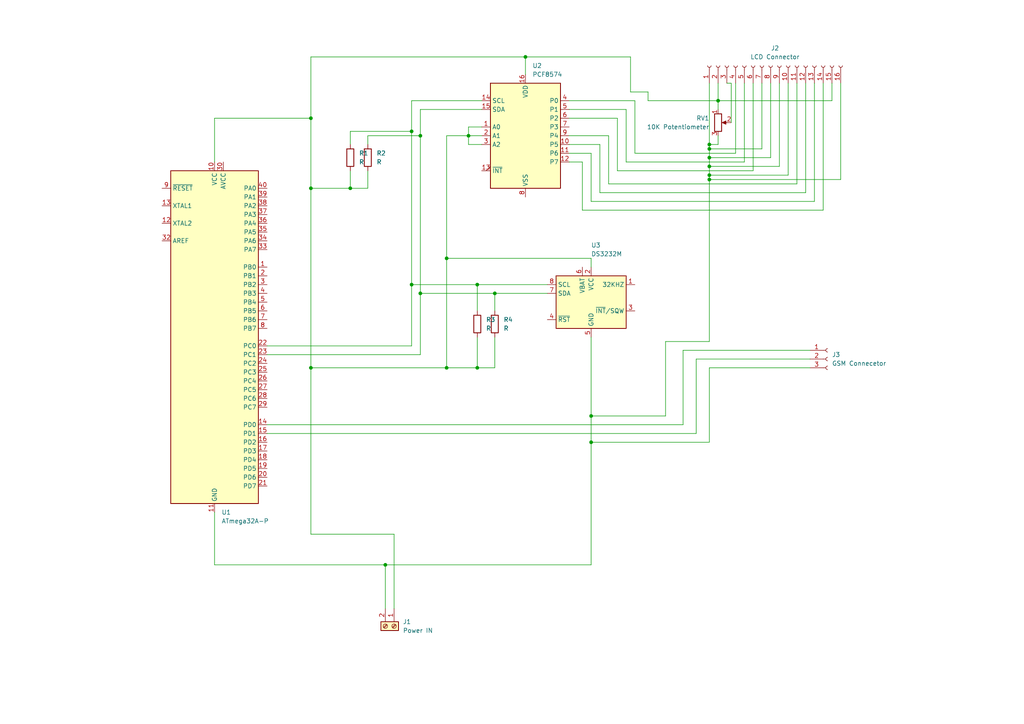
<source format=kicad_sch>
(kicad_sch (version 20211123) (generator eeschema)
  (paper "A4")
  (lib_symbols
    (symbol "Connector:Conn_01x03_Female" (pin_names (offset 1.016) hide)
      (property "Reference" "J" (at 0 5.08 0))
      (property "Value" "Conn_01x03_Female" (at 0 -5.08 0))
      (symbol "Conn_01x03_Female_1_1"
        (arc (start 0 -2.032) (mid -0.508 -2.54) (end 0 -3.048) (stroke (width 0.1524)))
        (polyline (pts (xy -1.27 -2.54) (xy -0.508 -2.54)) (stroke (width 0.1524)))
        (polyline (pts (xy -1.27 0) (xy -0.508 0)) (stroke (width 0.1524)))
        (polyline (pts (xy -1.27 2.54) (xy -0.508 2.54)) (stroke (width 0.1524)))
        (arc (start 0 0.508) (mid -0.508 0) (end 0 -0.508) (stroke (width 0.1524)))
        (arc (start 0 3.048) (mid -0.508 2.54) (end 0 2.032) (stroke (width 0.1524)))
        (pin passive line (at -5.08 2.54 0) (length 3.81) (name "Pin_1") (number "1"))
        (pin passive line (at -5.08 0 0) (length 3.81) (name "Pin_2") (number "2"))
        (pin passive line (at -5.08 -2.54 0) (length 3.81) (name "Pin_3") (number "3"))
      )
    )
    (symbol "Connector:Conn_01x16_Female" (pin_names (offset 1.016) hide)
      (property "Reference" "J" (at 0 20.32 0))
      (property "Value" "Conn_01x16_Female" (at 0 -22.86 0))
      (symbol "Conn_01x16_Female_1_1"
        (arc (start 0 -19.812) (mid -0.508 -20.32) (end 0 -20.828) (stroke (width 0.1524)))
        (arc (start 0 -17.272) (mid -0.508 -17.78) (end 0 -18.288) (stroke (width 0.1524)))
        (arc (start 0 -14.732) (mid -0.508 -15.24) (end 0 -15.748) (stroke (width 0.1524)))
        (arc (start 0 -12.192) (mid -0.508 -12.7) (end 0 -13.208) (stroke (width 0.1524)))
        (arc (start 0 -9.652) (mid -0.508 -10.16) (end 0 -10.668) (stroke (width 0.1524)))
        (arc (start 0 -7.112) (mid -0.508 -7.62) (end 0 -8.128) (stroke (width 0.1524)))
        (arc (start 0 -4.572) (mid -0.508 -5.08) (end 0 -5.588) (stroke (width 0.1524)))
        (arc (start 0 -2.032) (mid -0.508 -2.54) (end 0 -3.048) (stroke (width 0.1524)))
        (polyline (pts (xy -1.27 -20.32) (xy -0.508 -20.32)) (stroke (width 0.1524)))
        (polyline (pts (xy -1.27 -17.78) (xy -0.508 -17.78)) (stroke (width 0.1524)))
        (polyline (pts (xy -1.27 -15.24) (xy -0.508 -15.24)) (stroke (width 0.1524)))
        (polyline (pts (xy -1.27 -12.7) (xy -0.508 -12.7)) (stroke (width 0.1524)))
        (polyline (pts (xy -1.27 -10.16) (xy -0.508 -10.16)) (stroke (width 0.1524)))
        (polyline (pts (xy -1.27 -7.62) (xy -0.508 -7.62)) (stroke (width 0.1524)))
        (polyline (pts (xy -1.27 -5.08) (xy -0.508 -5.08)) (stroke (width 0.1524)))
        (polyline (pts (xy -1.27 -2.54) (xy -0.508 -2.54)) (stroke (width 0.1524)))
        (polyline (pts (xy -1.27 0) (xy -0.508 0)) (stroke (width 0.1524)))
        (polyline (pts (xy -1.27 2.54) (xy -0.508 2.54)) (stroke (width 0.1524)))
        (polyline (pts (xy -1.27 5.08) (xy -0.508 5.08)) (stroke (width 0.1524)))
        (polyline (pts (xy -1.27 7.62) (xy -0.508 7.62)) (stroke (width 0.1524)))
        (polyline (pts (xy -1.27 10.16) (xy -0.508 10.16)) (stroke (width 0.1524)))
        (polyline (pts (xy -1.27 12.7) (xy -0.508 12.7)) (stroke (width 0.1524)))
        (polyline (pts (xy -1.27 15.24) (xy -0.508 15.24)) (stroke (width 0.1524)))
        (polyline (pts (xy -1.27 17.78) (xy -0.508 17.78)) (stroke (width 0.1524)))
        (arc (start 0 0.508) (mid -0.508 0) (end 0 -0.508) (stroke (width 0.1524)))
        (arc (start 0 3.048) (mid -0.508 2.54) (end 0 2.032) (stroke (width 0.1524)))
        (arc (start 0 5.588) (mid -0.508 5.08) (end 0 4.572) (stroke (width 0.1524)))
        (arc (start 0 8.128) (mid -0.508 7.62) (end 0 7.112) (stroke (width 0.1524)))
        (arc (start 0 10.668) (mid -0.508 10.16) (end 0 9.652) (stroke (width 0.1524)))
        (arc (start 0 13.208) (mid -0.508 12.7) (end 0 12.192) (stroke (width 0.1524)))
        (arc (start 0 15.748) (mid -0.508 15.24) (end 0 14.732) (stroke (width 0.1524)))
        (arc (start 0 18.288) (mid -0.508 17.78) (end 0 17.272) (stroke (width 0.1524)))
        (pin passive line (at -5.08 17.78 0) (length 3.81) (name "Pin_1") (number "1"))
        (pin passive line (at -5.08 -5.08 0) (length 3.81) (name "Pin_10") (number "10"))
        (pin passive line (at -5.08 -7.62 0) (length 3.81) (name "Pin_11") (number "11"))
        (pin passive line (at -5.08 -10.16 0) (length 3.81) (name "Pin_12") (number "12"))
        (pin passive line (at -5.08 -12.7 0) (length 3.81) (name "Pin_13") (number "13"))
        (pin passive line (at -5.08 -15.24 0) (length 3.81) (name "Pin_14") (number "14"))
        (pin passive line (at -5.08 -17.78 0) (length 3.81) (name "Pin_15") (number "15"))
        (pin passive line (at -5.08 -20.32 0) (length 3.81) (name "Pin_16") (number "16"))
        (pin passive line (at -5.08 15.24 0) (length 3.81) (name "Pin_2") (number "2"))
        (pin passive line (at -5.08 12.7 0) (length 3.81) (name "Pin_3") (number "3"))
        (pin passive line (at -5.08 10.16 0) (length 3.81) (name "Pin_4") (number "4"))
        (pin passive line (at -5.08 7.62 0) (length 3.81) (name "Pin_5") (number "5"))
        (pin passive line (at -5.08 5.08 0) (length 3.81) (name "Pin_6") (number "6"))
        (pin passive line (at -5.08 2.54 0) (length 3.81) (name "Pin_7") (number "7"))
        (pin passive line (at -5.08 0 0) (length 3.81) (name "Pin_8") (number "8"))
        (pin passive line (at -5.08 -2.54 0) (length 3.81) (name "Pin_9") (number "9"))
      )
    )
    (symbol "Connector:Screw_Terminal_01x02" (pin_names (offset 1.016) hide)
      (property "Reference" "J" (at 0 2.54 0))
      (property "Value" "Screw_Terminal_01x02" (at 0 -5.08 0))
      (symbol "Screw_Terminal_01x02_1_1"
        (rectangle (start -1.27 1.27) (end 1.27 -3.81) (stroke (width 0.254)) (fill (type background)))
        (circle (center 0 -2.54) (radius 0.635) (stroke (width 0.1524)))
        (polyline (pts (xy -0.5334 -2.2098) (xy 0.3302 -3.048)) (stroke (width 0.1524)))
        (polyline (pts (xy -0.5334 0.3302) (xy 0.3302 -0.508)) (stroke (width 0.1524)))
        (polyline (pts (xy -0.3556 -2.032) (xy 0.508 -2.8702)) (stroke (width 0.1524)))
        (polyline (pts (xy -0.3556 0.508) (xy 0.508 -0.3302)) (stroke (width 0.1524)))
        (circle (center 0 0) (radius 0.635) (stroke (width 0.1524)))
        (pin passive line (at -5.08 0 0) (length 3.81) (name "Pin_1") (number "1"))
        (pin passive line (at -5.08 -2.54 0) (length 3.81) (name "Pin_2") (number "2"))
      )
    )
    (symbol "Device:R" (pin_numbers hide) (pin_names (offset 0))
      (property "Reference" "R" (at 2.032 0 90))
      (property "Value" "R" (at 0 0 90))
      (symbol "R_0_1"
        (rectangle (start -1.016 -2.54) (end 1.016 2.54) (stroke (width 0.254)))
      )
      (symbol "R_1_1"
        (pin passive line (at 0 3.81 270) (length 1.27) (name "~") (number "1"))
        (pin passive line (at 0 -3.81 90) (length 1.27) (name "~") (number "2"))
      )
    )
    (symbol "Device:R_Potentiometer" (pin_names (offset 1.016) hide)
      (property "Reference" "RV" (at -4.445 0 90))
      (property "Value" "R_Potentiometer" (at -2.54 0 90))
      (symbol "R_Potentiometer_0_1"
        (polyline (pts (xy 2.54 0) (xy 1.524 0)))
        (polyline (pts (xy 1.143 0) (xy 2.286 0.508) (xy 2.286 -0.508) (xy 1.143 0)) (fill (type outline)))
        (rectangle (start 1.016 2.54) (end -1.016 -2.54) (stroke (width 0.254)))
      )
      (symbol "R_Potentiometer_1_1"
        (pin passive line (at 0 3.81 270) (length 1.27) (name "1") (number "1"))
        (pin passive line (at 3.81 0 180) (length 1.27) (name "2") (number "2"))
        (pin passive line (at 0 -3.81 90) (length 1.27) (name "3") (number "3"))
      )
    )
    (symbol "Interface_Expansion:PCF8574"
      (property "Reference" "U" (at -8.89 16.51 0))
      (property "Value" "PCF8574" (at 2.54 16.51 0))
      (symbol "PCF8574_0_1"
        (rectangle (start -10.16 15.24) (end 10.16 -15.24) (stroke (width 0.254)) (fill (type background)))
      )
      (symbol "PCF8574_1_1"
        (pin input line (at -12.7 2.54 0) (length 2.54) (name "A0") (number "1"))
        (pin bidirectional line (at 12.7 -2.54 180) (length 2.54) (name "P5") (number "10"))
        (pin bidirectional line (at 12.7 -5.08 180) (length 2.54) (name "P6") (number "11"))
        (pin bidirectional line (at 12.7 -7.62 180) (length 2.54) (name "P7") (number "12"))
        (pin open_collector output_low (at -12.7 -10.16 0) (length 2.54) (name "~{INT}") (number "13"))
        (pin input line (at -12.7 10.16 0) (length 2.54) (name "SCL") (number "14"))
        (pin bidirectional line (at -12.7 7.62 0) (length 2.54) (name "SDA") (number "15"))
        (pin power_in line (at 0 17.78 270) (length 2.54) (name "VDD") (number "16"))
        (pin input line (at -12.7 0 0) (length 2.54) (name "A1") (number "2"))
        (pin input line (at -12.7 -2.54 0) (length 2.54) (name "A2") (number "3"))
        (pin bidirectional line (at 12.7 10.16 180) (length 2.54) (name "P0") (number "4"))
        (pin bidirectional line (at 12.7 7.62 180) (length 2.54) (name "P1") (number "5"))
        (pin bidirectional line (at 12.7 5.08 180) (length 2.54) (name "P2") (number "6"))
        (pin bidirectional line (at 12.7 2.54 180) (length 2.54) (name "P3") (number "7"))
        (pin power_in line (at 0 -17.78 90) (length 2.54) (name "VSS") (number "8"))
        (pin bidirectional line (at 12.7 0 180) (length 2.54) (name "P4") (number "9"))
      )
    )
    (symbol "MCU_Microchip_ATmega:ATmega32A-P"
      (property "Reference" "U" (at -12.7 49.53 0))
      (property "Value" "ATmega32A-P" (at 2.54 -49.53 0))
      (symbol "ATmega32A-P_0_1"
        (rectangle (start -12.7 -48.26) (end 12.7 48.26) (stroke (width 0.254)) (fill (type background)))
      )
      (symbol "ATmega32A-P_1_1"
        (pin bidirectional line (at 15.24 20.32 180) (length 2.54) (name "PB0") (number "1"))
        (pin power_in line (at 0 50.8 270) (length 2.54) (name "VCC") (number "10"))
        (pin power_in line (at 0 -50.8 90) (length 2.54) (name "GND") (number "11"))
        (pin output line (at -15.24 33.02 0) (length 2.54) (name "XTAL2") (number "12"))
        (pin input line (at -15.24 38.1 0) (length 2.54) (name "XTAL1") (number "13"))
        (pin bidirectional line (at 15.24 -25.4 180) (length 2.54) (name "PD0") (number "14"))
        (pin bidirectional line (at 15.24 -27.94 180) (length 2.54) (name "PD1") (number "15"))
        (pin bidirectional line (at 15.24 -30.48 180) (length 2.54) (name "PD2") (number "16"))
        (pin bidirectional line (at 15.24 -33.02 180) (length 2.54) (name "PD3") (number "17"))
        (pin bidirectional line (at 15.24 -35.56 180) (length 2.54) (name "PD4") (number "18"))
        (pin bidirectional line (at 15.24 -38.1 180) (length 2.54) (name "PD5") (number "19"))
        (pin bidirectional line (at 15.24 17.78 180) (length 2.54) (name "PB1") (number "2"))
        (pin bidirectional line (at 15.24 -40.64 180) (length 2.54) (name "PD6") (number "20"))
        (pin bidirectional line (at 15.24 -43.18 180) (length 2.54) (name "PD7") (number "21"))
        (pin bidirectional line (at 15.24 -2.54 180) (length 2.54) (name "PC0") (number "22"))
        (pin bidirectional line (at 15.24 -5.08 180) (length 2.54) (name "PC1") (number "23"))
        (pin bidirectional line (at 15.24 -7.62 180) (length 2.54) (name "PC2") (number "24"))
        (pin bidirectional line (at 15.24 -10.16 180) (length 2.54) (name "PC3") (number "25"))
        (pin bidirectional line (at 15.24 -12.7 180) (length 2.54) (name "PC4") (number "26"))
        (pin bidirectional line (at 15.24 -15.24 180) (length 2.54) (name "PC5") (number "27"))
        (pin bidirectional line (at 15.24 -17.78 180) (length 2.54) (name "PC6") (number "28"))
        (pin bidirectional line (at 15.24 -20.32 180) (length 2.54) (name "PC7") (number "29"))
        (pin bidirectional line (at 15.24 15.24 180) (length 2.54) (name "PB2") (number "3"))
        (pin power_in line (at 2.54 50.8 270) (length 2.54) (name "AVCC") (number "30"))
        (pin passive line (at 0 -50.8 90) (length 2.54) hide (name "GND") (number "31"))
        (pin passive line (at -15.24 27.94 0) (length 2.54) (name "AREF") (number "32"))
        (pin bidirectional line (at 15.24 25.4 180) (length 2.54) (name "PA7") (number "33"))
        (pin bidirectional line (at 15.24 27.94 180) (length 2.54) (name "PA6") (number "34"))
        (pin bidirectional line (at 15.24 30.48 180) (length 2.54) (name "PA5") (number "35"))
        (pin bidirectional line (at 15.24 33.02 180) (length 2.54) (name "PA4") (number "36"))
        (pin bidirectional line (at 15.24 35.56 180) (length 2.54) (name "PA3") (number "37"))
        (pin bidirectional line (at 15.24 38.1 180) (length 2.54) (name "PA2") (number "38"))
        (pin bidirectional line (at 15.24 40.64 180) (length 2.54) (name "PA1") (number "39"))
        (pin bidirectional line (at 15.24 12.7 180) (length 2.54) (name "PB3") (number "4"))
        (pin bidirectional line (at 15.24 43.18 180) (length 2.54) (name "PA0") (number "40"))
        (pin bidirectional line (at 15.24 10.16 180) (length 2.54) (name "PB4") (number "5"))
        (pin bidirectional line (at 15.24 7.62 180) (length 2.54) (name "PB5") (number "6"))
        (pin bidirectional line (at 15.24 5.08 180) (length 2.54) (name "PB6") (number "7"))
        (pin bidirectional line (at 15.24 2.54 180) (length 2.54) (name "PB7") (number "8"))
        (pin input line (at -15.24 43.18 0) (length 2.54) (name "~{RESET}") (number "9"))
      )
    )
    (symbol "Timer_RTC:DS3232M"
      (property "Reference" "U" (at -7.62 8.89 0))
      (property "Value" "DS3232M" (at 10.16 8.89 0))
      (symbol "DS3232M_0_1"
        (rectangle (start -10.16 7.62) (end 10.16 -7.62) (stroke (width 0.254)) (fill (type background)))
      )
      (symbol "DS3232M_1_1"
        (pin output line (at 12.7 5.08 180) (length 2.54) (name "32KHZ") (number "1"))
        (pin power_in line (at 0 10.16 270) (length 2.54) (name "VCC") (number "2"))
        (pin open_collector line (at 12.7 -2.54 180) (length 2.54) (name "~{INT}/SQW") (number "3"))
        (pin bidirectional line (at -12.7 -5.08 0) (length 2.54) (name "~{RST}") (number "4"))
        (pin power_in line (at 0 -10.16 90) (length 2.54) (name "GND") (number "5"))
        (pin power_in line (at -2.54 10.16 270) (length 2.54) (name "VBAT") (number "6"))
        (pin bidirectional line (at -12.7 2.54 0) (length 2.54) (name "SDA") (number "7"))
        (pin input line (at -12.7 5.08 0) (length 2.54) (name "SCL") (number "8"))
      )
    )
  )
  (junction (at 90.17 106.68))
  (junction (at 121.92 85.09))
  (junction (at 205.74 41.91))
  (junction (at 111.76 163.83))
  (junction (at 171.45 128.27))
  (junction (at 205.74 52.07))
  (junction (at 138.43 82.55))
  (junction (at 171.45 120.65))
  (junction (at 119.38 82.55))
  (junction (at 90.17 54.61))
  (junction (at 121.92 39.37))
  (junction (at 129.54 106.68))
  (junction (at 135.89 39.37))
  (junction (at 205.74 43.18))
  (junction (at 101.6 54.61))
  (junction (at 208.28 29.21))
  (junction (at 129.54 74.93))
  (junction (at 90.17 34.29))
  (junction (at 152.4 16.51))
  (junction (at 205.74 48.26))
  (junction (at 119.38 38.1))
  (junction (at 143.51 85.09))
  (junction (at 205.74 50.8))
  (junction (at 205.74 45.72))
  (junction (at 138.43 106.68))
  (wire (pts (xy 208.28 41.91) (xy 205.74 41.91)))
  (wire (pts (xy 208.28 29.21) (xy 208.28 31.75)))
  (wire (pts (xy 138.43 106.68) (xy 143.51 106.68)))
  (wire (pts (xy 90.17 106.68) (xy 129.54 106.68)))
  (wire (pts (xy 121.92 102.87) (xy 77.47 102.87)))
  (wire (pts (xy 165.1 39.37) (xy 176.53 39.37)))
  (wire (pts (xy 121.92 39.37) (xy 121.92 85.09)))
  (wire (pts (xy 129.54 74.93) (xy 129.54 106.68)))
  (wire (pts (xy 205.74 43.18) (xy 205.74 45.72)))
  (wire (pts (xy 208.28 39.37) (xy 208.28 41.91)))
  (wire (pts (xy 205.74 99.06) (xy 193.04 99.06)))
  (wire (pts (xy 135.89 39.37) (xy 135.89 41.91)))
  (wire (pts (xy 171.45 120.65) (xy 171.45 128.27)))
  (wire (pts (xy 236.22 24.13) (xy 236.22 58.42)))
  (wire (pts (xy 62.23 163.83) (xy 111.76 163.83)))
  (wire (pts (xy 168.91 46.99) (xy 168.91 60.96)))
  (wire (pts (xy 187.96 26.67) (xy 182.88 26.67)))
  (wire (pts (xy 121.92 31.75) (xy 121.92 39.37)))
  (wire (pts (xy 143.51 85.09) (xy 143.51 90.17)))
  (wire (pts (xy 168.91 60.96) (xy 238.76 60.96)))
  (wire (pts (xy 181.61 31.75) (xy 181.61 46.99)))
  (wire (pts (xy 182.88 26.67) (xy 182.88 16.51)))
  (wire (pts (xy 111.76 163.83) (xy 111.76 176.53)))
  (wire (pts (xy 129.54 106.68) (xy 138.43 106.68)))
  (wire (pts (xy 182.88 16.51) (xy 152.4 16.51)))
  (wire (pts (xy 90.17 54.61) (xy 90.17 106.68)))
  (wire (pts (xy 205.74 52.07) (xy 205.74 99.06)))
  (wire (pts (xy 198.12 101.6) (xy 234.95 101.6)))
  (wire (pts (xy 241.3 29.21) (xy 241.3 24.13)))
  (wire (pts (xy 139.7 31.75) (xy 121.92 31.75)))
  (wire (pts (xy 90.17 16.51) (xy 90.17 34.29)))
  (wire (pts (xy 208.28 29.21) (xy 241.3 29.21)))
  (wire (pts (xy 119.38 100.33) (xy 119.38 82.55)))
  (wire (pts (xy 236.22 58.42) (xy 171.45 58.42)))
  (wire (pts (xy 143.51 85.09) (xy 158.75 85.09)))
  (wire (pts (xy 171.45 58.42) (xy 171.45 44.45)))
  (wire (pts (xy 213.36 44.45) (xy 184.15 44.45)))
  (wire (pts (xy 119.38 38.1) (xy 101.6 38.1)))
  (wire (pts (xy 233.68 24.13) (xy 233.68 55.88)))
  (wire (pts (xy 90.17 54.61) (xy 101.6 54.61)))
  (wire (pts (xy 223.52 45.72) (xy 205.74 45.72)))
  (wire (pts (xy 184.15 29.21) (xy 165.1 29.21)))
  (wire (pts (xy 138.43 82.55) (xy 158.75 82.55)))
  (wire (pts (xy 213.36 24.13) (xy 213.36 44.45)))
  (wire (pts (xy 119.38 82.55) (xy 119.38 38.1)))
  (wire (pts (xy 62.23 34.29) (xy 62.23 46.99)))
  (wire (pts (xy 208.28 29.21) (xy 187.96 29.21)))
  (wire (pts (xy 101.6 49.53) (xy 101.6 54.61)))
  (wire (pts (xy 184.15 44.45) (xy 184.15 29.21)))
  (wire (pts (xy 101.6 38.1) (xy 101.6 41.91)))
  (wire (pts (xy 238.76 24.13) (xy 238.76 60.96)))
  (wire (pts (xy 165.1 41.91) (xy 173.99 41.91)))
  (wire (pts (xy 215.9 24.13) (xy 215.9 46.99)))
  (wire (pts (xy 205.74 24.13) (xy 205.74 41.91)))
  (wire (pts (xy 106.68 54.61) (xy 106.68 49.53)))
  (wire (pts (xy 212.09 35.56) (xy 212.09 24.13)))
  (wire (pts (xy 165.1 31.75) (xy 181.61 31.75)))
  (wire (pts (xy 77.47 125.73) (xy 201.93 125.73)))
  (wire (pts (xy 165.1 34.29) (xy 179.07 34.29)))
  (wire (pts (xy 165.1 46.99) (xy 168.91 46.99)))
  (wire (pts (xy 201.93 125.73) (xy 201.93 104.14)))
  (wire (pts (xy 90.17 154.94) (xy 114.3 154.94)))
  (wire (pts (xy 135.89 41.91) (xy 139.7 41.91)))
  (wire (pts (xy 193.04 120.65) (xy 171.45 120.65)))
  (wire (pts (xy 205.74 45.72) (xy 205.74 48.26)))
  (wire (pts (xy 231.14 24.13) (xy 231.14 53.34)))
  (wire (pts (xy 129.54 39.37) (xy 129.54 74.93)))
  (wire (pts (xy 171.45 163.83) (xy 111.76 163.83)))
  (wire (pts (xy 179.07 49.53) (xy 218.44 49.53)))
  (wire (pts (xy 181.61 46.99) (xy 215.9 46.99)))
  (wire (pts (xy 165.1 44.45) (xy 171.45 44.45)))
  (wire (pts (xy 220.98 24.13) (xy 220.98 43.18)))
  (wire (pts (xy 243.84 24.13) (xy 243.84 52.07)))
  (wire (pts (xy 243.84 52.07) (xy 205.74 52.07)))
  (wire (pts (xy 62.23 34.29) (xy 90.17 34.29)))
  (wire (pts (xy 135.89 36.83) (xy 135.89 39.37)))
  (wire (pts (xy 121.92 85.09) (xy 143.51 85.09)))
  (wire (pts (xy 205.74 41.91) (xy 205.74 43.18)))
  (wire (pts (xy 228.6 24.13) (xy 228.6 50.8)))
  (wire (pts (xy 193.04 99.06) (xy 193.04 120.65)))
  (wire (pts (xy 220.98 43.18) (xy 205.74 43.18)))
  (wire (pts (xy 179.07 34.29) (xy 179.07 49.53)))
  (wire (pts (xy 218.44 24.13) (xy 218.44 49.53)))
  (wire (pts (xy 205.74 106.68) (xy 205.74 128.27)))
  (wire (pts (xy 171.45 97.79) (xy 171.45 120.65)))
  (wire (pts (xy 62.23 148.59) (xy 62.23 163.83)))
  (wire (pts (xy 205.74 128.27) (xy 171.45 128.27)))
  (wire (pts (xy 139.7 36.83) (xy 135.89 36.83)))
  (wire (pts (xy 114.3 154.94) (xy 114.3 176.53)))
  (wire (pts (xy 176.53 53.34) (xy 231.14 53.34)))
  (wire (pts (xy 171.45 77.47) (xy 171.45 74.93)))
  (wire (pts (xy 171.45 128.27) (xy 171.45 163.83)))
  (wire (pts (xy 198.12 123.19) (xy 77.47 123.19)))
  (wire (pts (xy 106.68 41.91) (xy 106.68 39.37)))
  (wire (pts (xy 143.51 106.68) (xy 143.51 97.79)))
  (wire (pts (xy 119.38 38.1) (xy 119.38 29.21)))
  (wire (pts (xy 205.74 48.26) (xy 205.74 50.8)))
  (wire (pts (xy 234.95 106.68) (xy 205.74 106.68)))
  (wire (pts (xy 187.96 29.21) (xy 187.96 26.67)))
  (wire (pts (xy 129.54 74.93) (xy 171.45 74.93)))
  (wire (pts (xy 226.06 24.13) (xy 226.06 48.26)))
  (wire (pts (xy 138.43 97.79) (xy 138.43 106.68)))
  (wire (pts (xy 138.43 82.55) (xy 138.43 90.17)))
  (wire (pts (xy 135.89 39.37) (xy 139.7 39.37)))
  (wire (pts (xy 198.12 101.6) (xy 198.12 123.19)))
  (wire (pts (xy 119.38 82.55) (xy 138.43 82.55)))
  (wire (pts (xy 106.68 39.37) (xy 121.92 39.37)))
  (wire (pts (xy 90.17 34.29) (xy 90.17 54.61)))
  (wire (pts (xy 152.4 16.51) (xy 90.17 16.51)))
  (wire (pts (xy 121.92 85.09) (xy 121.92 102.87)))
  (wire (pts (xy 173.99 41.91) (xy 173.99 55.88)))
  (wire (pts (xy 176.53 39.37) (xy 176.53 53.34)))
  (wire (pts (xy 208.28 24.13) (xy 208.28 29.21)))
  (wire (pts (xy 119.38 29.21) (xy 139.7 29.21)))
  (wire (pts (xy 226.06 48.26) (xy 205.74 48.26)))
  (wire (pts (xy 212.09 24.13) (xy 210.82 24.13)))
  (wire (pts (xy 173.99 55.88) (xy 233.68 55.88)))
  (wire (pts (xy 101.6 54.61) (xy 106.68 54.61)))
  (wire (pts (xy 223.52 24.13) (xy 223.52 45.72)))
  (wire (pts (xy 205.74 50.8) (xy 205.74 52.07)))
  (wire (pts (xy 135.89 39.37) (xy 129.54 39.37)))
  (wire (pts (xy 152.4 21.59) (xy 152.4 16.51)))
  (wire (pts (xy 90.17 106.68) (xy 90.17 154.94)))
  (wire (pts (xy 228.6 50.8) (xy 205.74 50.8)))
  (wire (pts (xy 77.47 100.33) (xy 119.38 100.33)))
  (wire (pts (xy 201.93 104.14) (xy 234.95 104.14)))
  (symbol (lib_id "Connector:Conn_01x03_Female") (at 240.03 104.14 0) (unit 1)
    (property "Reference" "J3" (at 241.3 102.8699 0) (effects (justify left)))
    (property "Value" "GSM Connecetor" (at 241.3 105.4099 0) (effects (justify left)))
    (property "Footprint" "Connector_PinSocket_2.54mm:PinSocket_1x03_P2.54mm_Vertical" (effects hide))
  )
  (symbol (lib_id "Device:R") (at 143.51 93.98 0) (unit 1)
    (property "Reference" "R4" (at 146.05 92.7099 0) (effects (justify left)))
    (property "Value" "R" (at 146.05 95.2499 0) (effects (justify left)))
    (property "Footprint" "Resistor_THT:R_Axial_DIN0411_L9.9mm_D3.6mm_P20.32mm_Horizontal" (effects hide))
  )
  (symbol (lib_id "Device:R") (at 106.68 45.72 0) (unit 1)
    (property "Reference" "R2" (at 109.22 44.4499 0) (effects (justify left)))
    (property "Value" "R" (at 109.22 46.9899 0) (effects (justify left)))
    (property "Footprint" "Resistor_THT:R_Axial_DIN0411_L9.9mm_D3.6mm_P20.32mm_Horizontal" (effects hide))
  )
  (symbol (lib_id "Connector:Conn_01x16_Female") (at 223.52 19.05 90) (unit 1)
    (property "Reference" "J2" (at 224.79 13.97 90))
    (property "Value" "LCD Connector" (at 224.79 16.51 90))
    (property "Footprint" "Connector_PinHeader_2.54mm:PinHeader_1x16_P2.54mm_Vertical" (effects hide))
  )
  (symbol (lib_id "MCU_Microchip_ATmega:ATmega32A-P") (at 62.23 97.79 0) (unit 1)
    (property "Reference" "U1" (at 64.2494 148.59 0) (effects (justify left)))
    (property "Value" "ATmega32A-P" (at 64.2494 151.13 0) (effects (justify left)))
    (property "Footprint" "Package_DIP:DIP-40_W15.24mm" (effects hide))
    (property "Datasheet" "http://ww1.microchip.com/downloads/en/DeviceDoc/atmel-8155-8-bit-microcontroller-avr-atmega32a_datasheet.pdf" (effects hide))
  )
  (symbol (lib_id "Device:R") (at 138.43 93.98 0) (unit 1)
    (property "Reference" "R3" (at 140.97 92.7099 0) (effects (justify left)))
    (property "Value" "R" (at 140.97 95.2499 0) (effects (justify left)))
    (property "Footprint" "Resistor_THT:R_Axial_DIN0411_L9.9mm_D3.6mm_P20.32mm_Horizontal" (effects hide))
  )
  (symbol (lib_id "Device:R_Potentiometer") (at 208.28 35.56 0) (unit 1)
    (property "Reference" "RV1" (at 205.74 34.2899 0) (effects (justify right)))
    (property "Value" "10K Potentiometer" (at 205.74 36.8299 0) (effects (justify right)))
    (property "Footprint" "Potentiometer_THT:Potentiometer_ACP_CA6-H2,5_Horizontal" (effects hide))
  )
  (symbol (lib_id "Timer_RTC:DS3232M") (at 171.45 87.63 0) (unit 1)
    (property "Reference" "U3" (at 171.45 71.12 0) (effects (justify left)))
    (property "Value" "DS3232M" (at 171.45 73.66 0) (effects (justify left)))
    (property "Footprint" "Package_SO:SOIC-8_3.9x4.9mm_P1.27mm" (effects hide))
    (property "Datasheet" "http://datasheets.maximintegrated.com/en/ds/DS3232M.pdf" (effects hide))
  )
  (symbol (lib_id "Device:R") (at 101.6 45.72 0) (unit 1)
    (property "Reference" "R1" (at 104.14 44.4499 0) (effects (justify left)))
    (property "Value" "R" (at 104.14 46.9899 0) (effects (justify left)))
    (property "Footprint" "Resistor_THT:R_Axial_DIN0411_L9.9mm_D3.6mm_P20.32mm_Horizontal" (effects hide))
  )
  (symbol (lib_id "Connector:Screw_Terminal_01x02") (at 114.3 181.61 270) (unit 1)
    (property "Reference" "J1" (at 116.84 180.3399 90) (effects (justify left)))
    (property "Value" "Power IN" (at 116.84 182.8799 90) (effects (justify left)))
    (property "Footprint" "Connector_Phoenix_MSTB:PhoenixContact_MSTBA_2,5_2-G_1x02_P5.00mm_Horizontal" (effects hide))
  )
  (symbol (lib_id "Interface_Expansion:PCF8574") (at 152.4 39.37 0) (unit 1)
    (property "Reference" "U2" (at 154.4194 19.05 0) (effects (justify left)))
    (property "Value" "PCF8574" (at 154.4194 21.59 0) (effects (justify left)))
    (property "Footprint" "Module:Pololu_Breakout-16_15.2x20.3mm" (effects hide))
    (property "Datasheet" "http://www.nxp.com/documents/data_sheet/PCF8574_PCF8574A.pdf" (effects hide))
  )
)
</source>
